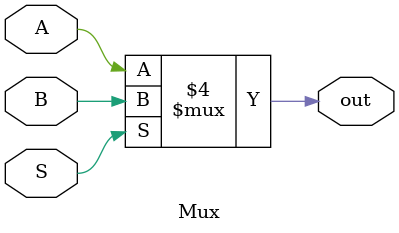
<source format=v>
module Mux(A,B,S,out);
input A,B,S;
output reg out;
always 
begin
if(S==0)
out = A;
else
out = B;
end
endmodule 
</source>
